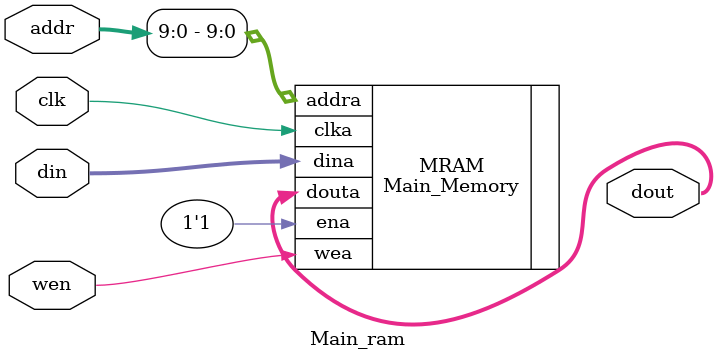
<source format=v>
`timescale 1ns / 1ps


module Main_ram(
    input clk,
    input wen,
    input [31:0]addr,
    input [31:0]din,
    output [31:0]dout
    );
    Main_Memory MRAM(
    .clka(clk),
    .ena(1'b1),
    .wea(wen),
    .addra(addr[9:0]),
    .dina(din),
    .douta(dout));
endmodule

</source>
